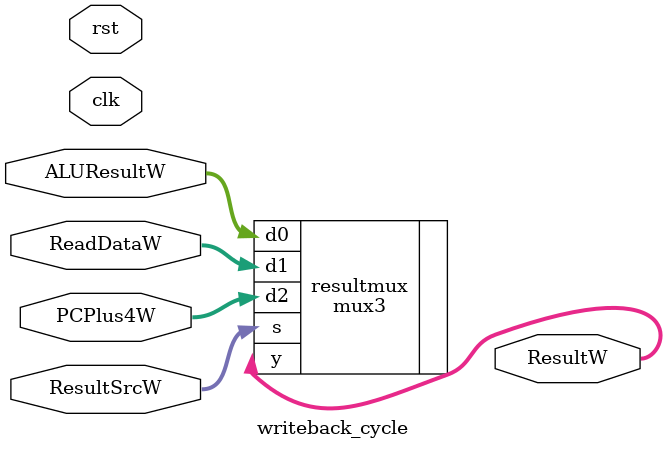
<source format=sv>

module writeback_cycle(
    input logic clk, rst,
    input logic [1:0] ResultSrcW,
    input logic [31:0] PCPlus4W, ALUResultW, ReadDataW,
    output logic [31:0] ResultW
);

    // Mux for selecting the result in the writeback stage
    mux3 #(32) resultmux(
        .d0(ALUResultW),
        .d1(ReadDataW),
        .d2(PCPlus4W),
        .s(ResultSrcW),
        .y(ResultW)
    );

endmodule

</source>
